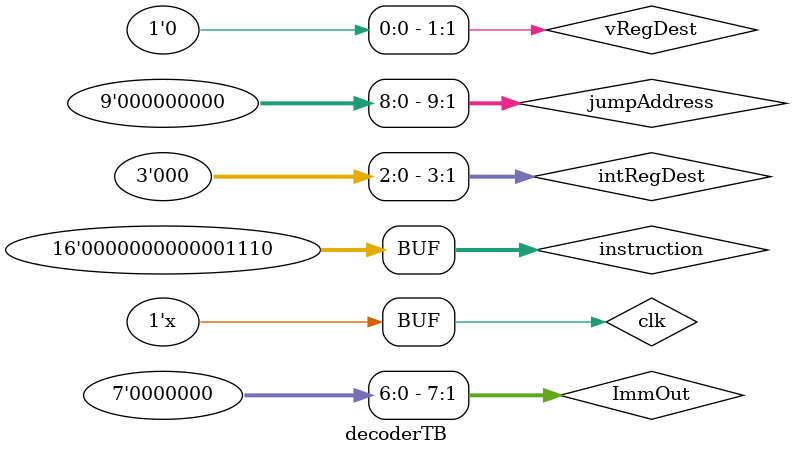
<source format=sv>
module decoder#(
    parameter REGI_BITS = 4,
    parameter VECT_BITS = 2,
    parameter VECT_LANES = 3,
    parameter MEMO_LINES = 64,
    parameter REGI_SIZE = 16,
    parameter VECT_SIZE = 8,
    parameter ELEM_SIZE = 8
) (
	input logic clk,
	input logic [REGI_SIZE-1:0] instruction,
	output logic [REGI_SIZE-1:0] intOper1,
	output logic [REGI_SIZE-1:0] intOper2,
	output logic [VECT_BITS-1:0] vOper1,
	output logic [VECT_BITS-1:0] vOper2,
	output logic [REGI_BITS-1:0] intRegDest,//aca habia un -3, lo cambie por -1
	output logic [VECT_BITS-1:0] vRegDest, 
	output logic [1:0] cond,
	output logic enableAluInt,
	output logic enableAluV,
	output logic enableMem,
	output logic enableJump,
	output logic enableSwap,
	output logic flagEnd,
	output logic flagNop,
	output logic flagImm,
	output logic [7:0] ImmOut,
	output logic [2:0] aluOpcode,
	output logic [9:0] jumpAddress,
	output logic flagMemRead,
	output logic flagMemWrite,
	output logic [2:0] swapBitOrigin,
	output logic [2:0] swapBitDest,
	output logic isOper1V,
	output logic isOper2V,
	output logic isOper1Int,
	output logic isOper2Int,
	output logic writeResultInt,
	output logic writeResultV
	);
	
	reg writeResultIntAux = 1'b0;
	reg writeResultVAux = 1'b0;
	reg isOper1VAux = 1'b0;
	reg isOper2VAux = 1'b0;
	reg isOper1IntAux = 1'b0;
	reg isOper2IntAux = 1'b0;
	
	reg [3:0] intOper1Aux = 4'd0;
	reg [3:0] intOper2Aux = 4'd0;
	reg [1:0] vOper1Aux = 2'd0;
	reg [1:0] vOper2Aux = 2'd0;
	reg [3:0] intRegDestAux = 4'd0;
	reg [1:0] vRegDestAux = 2'd0;
	reg [1:0] condAux = 2'd0;
	reg enableAluIntAux = 1'b0;
	reg enableAluVAux = 1'b0;
	reg enableMemAux = 1'b0;
	reg enableJumpAux = 1'b0;
	reg enableSwapAux = 1'd0;
	reg flagEndAux = 1'b0;
	reg flagNopAux = 1'b0;
	reg flagImmAux = 1'b0;
	reg [7:0] ImmOutAux = 8'd0;
	reg [2:0] aluOpcodeAux = 2'd0;
	reg [9:0] jumpAddressAux = 10'd0;
	reg flagMemReadAux = 1'b0;
	reg flagMemWriteAux = 1'b0;
	reg [2:0] swapBitOriginAux = 3'd0;
	reg [2:0] swapBitDestAux = 3'd0;
	
	logic [3:0] opCodeCMP = 4'd0;
	logic [3:0] opCodeJ = 4'd1;
	logic [3:0] opCodeVXOR = 4'd2;
	logic [3:0] opCodeVXORI = 4'd3;
	logic [3:0] opCodeVLD = 4'd4;
	logic [3:0] opCodeVSTR = 4'd5;
	logic [3:0] opCodeVSR = 4'd6;
	logic [3:0] opCodeVSL = 4'd7;
	logic [3:0] opCodeVSWAP = 4'd8;
	logic [3:0] opCodeINTADD = 4'd9;
	logic [3:0] opCodeINTSUB = 4'd10;
	logic [3:0] opCodeINTADDI = 4'd11;
	logic [3:0] opCodeINTSUBI = 4'd12;
	logic [3:0] opCodeNOP = 4'd13;
	logic [3:0] opCodeEND = 4'd14;
	logic [2:0] codeCMP = 3'b101;
	
	logic [1:0] condEQ = 2'b00;
	logic [1:0] condGT = 2'b01;
	logic [1:0] condAL = 2'b10;
	logic [1:0] condNE = 2'b11;
	
	logic [2:0] codeXOR = 3'b000;
	logic [2:0] codeSR = 3'b001;
	logic [2:0] codeSL = 3'b010;
	logic [2:0] codeADD = 3'b011;
	logic [2:0] codeSUB = 3'b100;
	
	always @ (negedge clk) begin
			intOper1 <= intOper1Aux;
			intOper2 <= intOper2Aux;
			vOper1 <= vOper1Aux;
			vOper2 <= vOper2Aux;
			case (instruction[3:0])
				opCodeCMP: begin
						intOper1Aux <= instruction[13:10];
						intOper2Aux <= instruction[9:6];
						condAux <= condEQ;
						enableAluIntAux <= 1'b1;
						enableAluVAux <= 1'b0;
						enableMemAux <= 1'b0;
						enableJumpAux <= 1'b0;
						flagEndAux <= 1'b0;
						flagNopAux <= 1'b0;
						flagImmAux <= 1'b0;
						enableSwapAux <= 1'd0;
						aluOpcodeAux <= codeCMP;
						isOper1VAux <= 1'b0;
						isOper2VAux <= 1'b0;
						isOper1IntAux <= 1'b1;
						isOper2IntAux <= 1'b1;
						writeResultIntAux <= 1'b0;
						writeResultVAux <= 1'b0;
					end
				opCodeJ: begin
						jumpAddressAux <= instruction[13:4];
						condAux <= instruction[15:14];
						enableAluIntAux <= 1'b0;
						enableAluVAux <= 1'b0;
						enableMemAux <= 1'b0;
						enableJumpAux <= 1'b1;
						flagEndAux <= 1'b0;
						flagNopAux <= 1'b0;
						flagImmAux <= 1'b0;
						enableSwapAux <= 1'd0;
						isOper1VAux <= 1'b0;
						isOper2VAux <= 1'b0;
						isOper1IntAux <= 1'b0;
						isOper2IntAux <= 1'b0;
						writeResultIntAux <= 1'b0;
						writeResultVAux <= 1'b0;
					end
				opCodeVXOR: begin
						condAux <= instruction[15:14];
						aluOpcodeAux <= codeXOR;
						enableAluIntAux <= 1'b0;
						enableAluVAux <= 1'b1;
						enableMemAux <= 1'b0;
						enableJumpAux <= 1'b0;
						flagEndAux <= 1'b0;
						flagNopAux <= 1'b0;
						flagImmAux <= 1'b0;
						intOper1Aux <= instruction[8:5];
						vOper1Aux <= instruction[12:11];
						vRegDestAux <= instruction[10:9];
						enableSwapAux <= 1'd0;
						isOper1VAux <= 1'b1;
						isOper2VAux <= 1'b0;
						isOper1IntAux <= 1'b1;
						isOper2IntAux <= 1'b0;
						writeResultIntAux <= 1'b0;
						writeResultVAux <= 1'b1;
					end
				opCodeVXORI: begin
						condAux <= instruction[15:14];
						aluOpcodeAux <= codeXOR;
						enableAluIntAux <= 1'b0;
						enableAluVAux <= 1'b1;
						enableMemAux <= 1'b0;
						enableJumpAux <= 1'b0;
						flagEndAux <= 1'b0;
						flagNopAux <= 1'b0;
						flagImmAux <= 1'b1;
						ImmOutAux[4:0] <= instruction[8:4];
						ImmOutAux[7:5] <= 3'd0;
						vOper1Aux <= instruction[12:11];
						vRegDestAux <= instruction[10:9];
						enableSwapAux <= 1'd0;
						isOper1VAux <= 1'b1;
						isOper2VAux <= 1'b0;
						isOper1IntAux <= 1'b0;
						isOper2IntAux <= 1'b0;
						writeResultIntAux <= 1'b0;
						writeResultVAux <= 1'b1;
					end
				opCodeVLD: begin
						condAux <= instruction[15:14];
						enableAluIntAux <= 1'b0;
						enableAluVAux <= 1'b0;
						enableMemAux <= 1'b1;
						enableJumpAux <= 1'b0;
						flagEndAux <= 1'b0;
						flagNopAux <= 1'b0;
						flagImmAux <= 1'b0;
					   flagMemReadAux <= 1'b1;
						flagMemWriteAux <= 1'b0;
						ImmOutAux[2:0] <= instruction[7:5];
						ImmOutAux[7:3] <= 5'd0;
						intOper1Aux <= instruction[13:10];
						vRegDestAux <= instruction[9:8];
						enableSwapAux <= 1'd0;
						isOper1VAux <= 1'b0;
						isOper2VAux <= 1'b0;
						isOper1IntAux <= 1'b1;
						isOper2IntAux <= 1'b0;
						writeResultIntAux <= 1'b0;
						writeResultVAux <= 1'b1;
					end
				opCodeVSTR: begin
						condAux <= instruction[15:14];
						enableAluIntAux <= 1'b0;
						enableAluVAux <= 1'b0;
						enableMemAux <= 1'b1;
						enableJumpAux <= 1'b0;
						flagEndAux <= 1'b0;
						flagNopAux <= 1'b0;
						flagImmAux <= 1'b0;
					   flagMemReadAux <= 1'b0;
						flagMemWriteAux <= 1'b1;
						ImmOutAux[2:0] <= instruction[7:5];
						ImmOutAux[7:3] <= 5'd0;
						intOper1Aux <= instruction[13:10];
						vOper1Aux <= instruction[9:8];
						enableSwapAux <= 1'd0;
						isOper1VAux <= 1'b1;
						isOper2VAux <= 1'b0;
						isOper1IntAux <= 1'b1;
						isOper2IntAux <= 1'b0;
						writeResultIntAux <= 1'b0;
						writeResultVAux <= 1'b0;
					end 
				opCodeVSR: begin
						condAux <= instruction[15:14];
						aluOpcodeAux <= codeSR;
						enableAluIntAux <= 1'b0;
						enableAluVAux <= 1'b1;
						enableMemAux <= 1'b0;
						enableJumpAux <= 1'b0;
						flagEndAux <= 1'b0;
						flagNopAux <= 1'b0;
						flagImmAux <= 1'b0;
						intOper1Aux <= instruction[8:5];
						vOper1Aux <= instruction[12:11];
						vRegDestAux <= instruction[10:9];
						enableSwapAux <= 1'd0;
						isOper1VAux <= 1'b1;
						isOper2VAux <= 1'b0;
						isOper1IntAux <= 1'b1;
						isOper2IntAux <= 1'b0;
						writeResultIntAux <= 1'b0;
						writeResultVAux <= 1'b1;
					end 
				opCodeVSL: begin
						condAux <= instruction[15:14];
						aluOpcodeAux <= codeSL;
						enableAluIntAux <= 1'b0;
						enableAluVAux <= 1'b1;
						enableMemAux <= 1'b0;
						enableJumpAux <= 1'b0;
						flagEndAux <= 1'b0;
						flagNopAux <= 1'b0;
						flagImmAux <= 1'b0;
						intOper1Aux <= instruction[8:5];
						vOper1Aux <= instruction[12:11];
						vRegDestAux <= instruction[10:9];
						enableSwapAux <= 1'd0;
						isOper1VAux <= 1'b1;
						isOper2VAux <= 1'b0;
						isOper1IntAux <= 1'b1;
						isOper2IntAux <= 1'b0;
						writeResultIntAux <= 1'b0;
						writeResultVAux <= 1'b1;
					end 
				opCodeVSWAP: begin
						condAux <= instruction[15:14];
						enableAluIntAux <= 1'b0;
						enableAluVAux <= 1'b0;
						enableMemAux <= 1'b0;
						enableJumpAux <= 1'b0;
						enableSwapAux <= 1'd1;
						flagEndAux <= 1'b0;
						flagNopAux <= 1'b0;
						flagImmAux <= 1'b0;
						vOper1Aux <= instruction[13:12];
						vRegDestAux <= instruction[11:10];
						swapBitOriginAux <= instruction[9:7];
						swapBitDestAux <= instruction[6:4];
						isOper1VAux <= 1'b1;
						isOper2VAux <= 1'b0;
						isOper1IntAux <= 1'b0;
						isOper2IntAux <= 1'b0;
						writeResultIntAux <= 1'b0;
						writeResultVAux <= 1'b1;
					end
				opCodeINTADD: begin
						condAux <= condAL;
						aluOpcodeAux <= codeADD;
						enableAluIntAux <= 1'b1;
						enableAluVAux <= 1'b0;
						enableMemAux <= 1'b0;
						enableJumpAux <= 1'b0;
						enableSwapAux <= 1'd0;
						flagEndAux <= 1'b0;
						flagNopAux <= 1'b0;
						flagImmAux <= 1'b0;
						intOper1Aux <= instruction[15:12];
						intRegDestAux <= instruction[11:8];
						intOper2Aux <= instruction[7:4];
						isOper1VAux <= 1'b0;
						isOper2VAux <= 1'b0;
						isOper1IntAux <= 1'b1;
						isOper2IntAux <= 1'b1;
						writeResultIntAux <= 1'b1;
						writeResultVAux <= 1'b0;
					end 
				opCodeINTSUB: begin
						condAux <= condAL;
						aluOpcodeAux <= codeSUB;
						enableAluIntAux <= 1'b1;
						enableAluVAux <= 1'b0;
						enableMemAux <= 1'b0;
						enableJumpAux <= 1'b0;
						enableSwapAux <= 1'd0;
						flagEndAux <= 1'b0;
						flagNopAux <= 1'b0;
						flagImmAux <= 1'b0;
						intOper1Aux <= instruction[15:12];
						intRegDestAux <= instruction[11:8];
						intOper2Aux <= instruction[7:4];
						isOper1VAux <= 1'b0;
						isOper2VAux <= 1'b0;
						isOper1IntAux <= 1'b1;
						isOper2IntAux <= 1'b1;
						writeResultIntAux <= 1'b1;
						writeResultVAux <= 1'b0;
					end 
				opCodeINTADDI: begin
						condAux <= condAL;
						aluOpcodeAux <= codeADD;
						enableAluIntAux <= 1'b1;
						enableAluVAux <= 1'b0;
						enableMemAux <= 1'b0;
						enableJumpAux <= 1'b0;
						enableSwapAux <= 1'd0;
						flagEndAux <= 1'b0;
						flagNopAux <= 1'b0;
						flagImmAux <= 1'b0;
						intOper1Aux <= instruction[15:12];
						intRegDestAux <= instruction[11:8];
						flagImmAux <= 1'b1;
						ImmOutAux[3:0] <= instruction[7:4];
						ImmOutAux[7:4] <= 4'd0;
						isOper1VAux <= 1'b0;
						isOper2VAux <= 1'b0;
						isOper1IntAux <= 1'b1;
						isOper2IntAux <= 1'b0;
						writeResultIntAux <= 1'b1;
						writeResultVAux <= 1'b0;
					end
				opCodeINTSUBI: begin
						condAux <= condAL;
						aluOpcodeAux <= codeSUB;
						enableAluIntAux <= 1'b1;
						enableAluVAux <= 1'b0;
						enableMemAux <= 1'b0;
						enableJumpAux <= 1'b0;
						enableSwapAux <= 1'd0;
						flagEndAux <= 1'b0;
						flagNopAux <= 1'b0;
						flagImmAux <= 1'b0;
						intOper1Aux <= instruction[15:12];
						intRegDestAux <= instruction[11:8];
						intOper2Aux <= instruction[7:4];
						flagImmAux <= 1'b1;
						ImmOutAux[3:0] <= instruction[7:4];
						ImmOutAux[7:4] <= 4'd0;
						isOper1VAux <= 1'b0;
						isOper2VAux <= 1'b0;
						isOper1IntAux <= 1'b1;
						isOper2IntAux <= 1'b0;
						writeResultIntAux <= 1'b1;
						writeResultVAux <= 1'b0;
					end
				opCodeNOP: begin
						enableAluIntAux <= 1'b0;
						enableAluVAux <= 1'b0;
						enableMemAux <= 1'b0;
						enableJumpAux <= 1'b0;
						enableSwapAux <= 1'd0;
						isOper1VAux <= 1'b0;
						isOper2VAux <= 1'b0;
						isOper1IntAux <= 1'b0;
						isOper2IntAux <= 1'b0;
						writeResultIntAux <= 1'b0;
						writeResultVAux <= 1'b0;
					end
				opCodeEND: begin
						enableAluIntAux <= 1'b0;
						enableAluVAux <= 1'b0;
						enableMemAux <= 1'b0;
						enableJumpAux <= 1'b0;
						enableSwapAux <= 1'd0;
						flagEndAux <= 1'b1;
						flagNopAux <= 1'b0;
						writeResultIntAux <= 1'b0;
						writeResultVAux <= 1'b0;
					end
				default : begin
						enableAluIntAux <= 1'b0;
						enableAluVAux <= 1'b0;
						enableMemAux <= 1'b0;
						enableJumpAux <= 1'b0;
						enableSwapAux <= 1'd0;
						isOper1VAux <= 1'b0;
						isOper2VAux <= 1'b0;
						isOper1IntAux <= 1'b0;
						isOper2IntAux <= 1'b0;
						writeResultIntAux <= 1'b0;
						writeResultVAux <= 1'b0;
				end
			endcase
	end
	
	always @ (posedge clk) begin
		isOper1V <= isOper1VAux;
		isOper2V <= isOper2VAux;
		isOper1Int <= isOper1IntAux;
		isOper2Int <= isOper2IntAux;
		intRegDest <= intRegDestAux;
		vRegDest <= vRegDestAux; 
		cond <= condAux;
		enableAluInt <= enableAluIntAux;
		enableAluV <= enableAluVAux;
		enableMem <= enableMemAux;
		enableJump <= enableJumpAux;
		enableSwap <= enableSwapAux;
		flagEnd <= flagEndAux;
		flagNop <= flagNopAux;
		flagImm <= flagImmAux;
		ImmOut <= ImmOutAux;
		aluOpcode <= aluOpcodeAux;
		jumpAddress <= jumpAddressAux;
		flagMemRead <= flagMemReadAux;
		flagMemWrite <= flagMemWriteAux;
		swapBitOrigin <= swapBitOriginAux;
		swapBitDest <= swapBitDestAux;
		writeResultInt <= writeResultIntAux;
	   writeResultV <= writeResultVAux;
	end
	
endmodule

module decoderTB();

	logic clk = 1'b0;
	
	always #100 clk = !clk;
	localparam period = 100;
	
	logic [15:0] instruction;
	logic [3:0] intOper1;
	logic [3:0] intOper2;
	logic [1:0] vOper1;
	logic [1:0] vOper2;
	logic [3:0] intRegDest;
	logic [1:0] vRegDest; 
	logic [1:0] cond;
	logic enableAluInt;
	logic enableAluV;
	logic enableMem;
	logic enableJump;
	logic enableSwap;
	logic flagEnd;
	logic flagNop;
	logic flagImm;
	logic [7:0] ImmOut;
	logic [2:0] aluOpcode;
	logic [9:0] jumpAddress;
	logic flagMemRead;
	logic flagMemWrite;
	logic [2:0] swapBitOrigin;
	logic [2:0] swapBitDest;
	logic isOper1V;
	logic isOper2V;
	logic isOper1Int;
	logic isOper2Int;
	logic writeResultInt;
	logic writeResultV;
	
	decoder superDecoder(
	clk, instruction, 
	intOper1, intOper2, 
	vOper1, vOper2, 
	cond, enableAluInt, enableAluV, enableMem, enableJump, flagImm, ImmOut,
	jumpAddress,
	flagEnd,
	flagNop,
	flagMemRead,
	flagMemWrite,
	swapBitOrigin,swapBitDest,
	intRegDest,vRegDest,aluOpcode,enableSwap,
	isOper1V,
	isOper2V,
	isOper1Int,
	isOper2Int,
	writeResultInt,
	writeResultV
	);
	
	initial begin
		#period;
		instruction = 16'b0000100011000000;//cmp r2, r3 
		#period;
		#period;
		instruction = 16'b0000000000000001;//jne #1
		#period;
		#period;
		instruction = 16'b0000110001100010;//vxoreq v1, v2, r3
		#period;
		#period;
		instruction = 16'b0110011111100011;//vxorigt v0, v3, #30
		#period;
		#period;
		instruction = 16'b1010100001100100;//vldal r10, v0, #3
		#period;
		#period;
		instruction = 16'b0010010111100101;//vstreq r9, v1, #7
		#period;
		#period;
		instruction = 16'b0101011100000110;//vsrgt v2, v3, r8
		#period;
		#period;
		instruction = 16'b1001011100000111;//vslal v2, v3, r8
		#period;
		#period;
		instruction = 16'b1110111010011000;//vswapne v2, v3, #5, #1
		#period;
		#period;
		instruction = 16'b0111111111101001;//add r7, r15, r14
		#period;
		#period;
		instruction = 16'b1101110010111010;//sub r13, r12, r11
		#period;
		instruction = 16'b0110010111101011;//addi r6, r5, #14
		#period;
		#period;
		instruction = 16'b0011001010011100;//subi r3, r2, #9
		#period;
		#period;
		instruction = 16'b0000000000001101;//nop
		#period;
		#period;
		instruction = 16'b0000000000001110;//end
		#period;
		#period;
	end
endmodule
	
</source>
